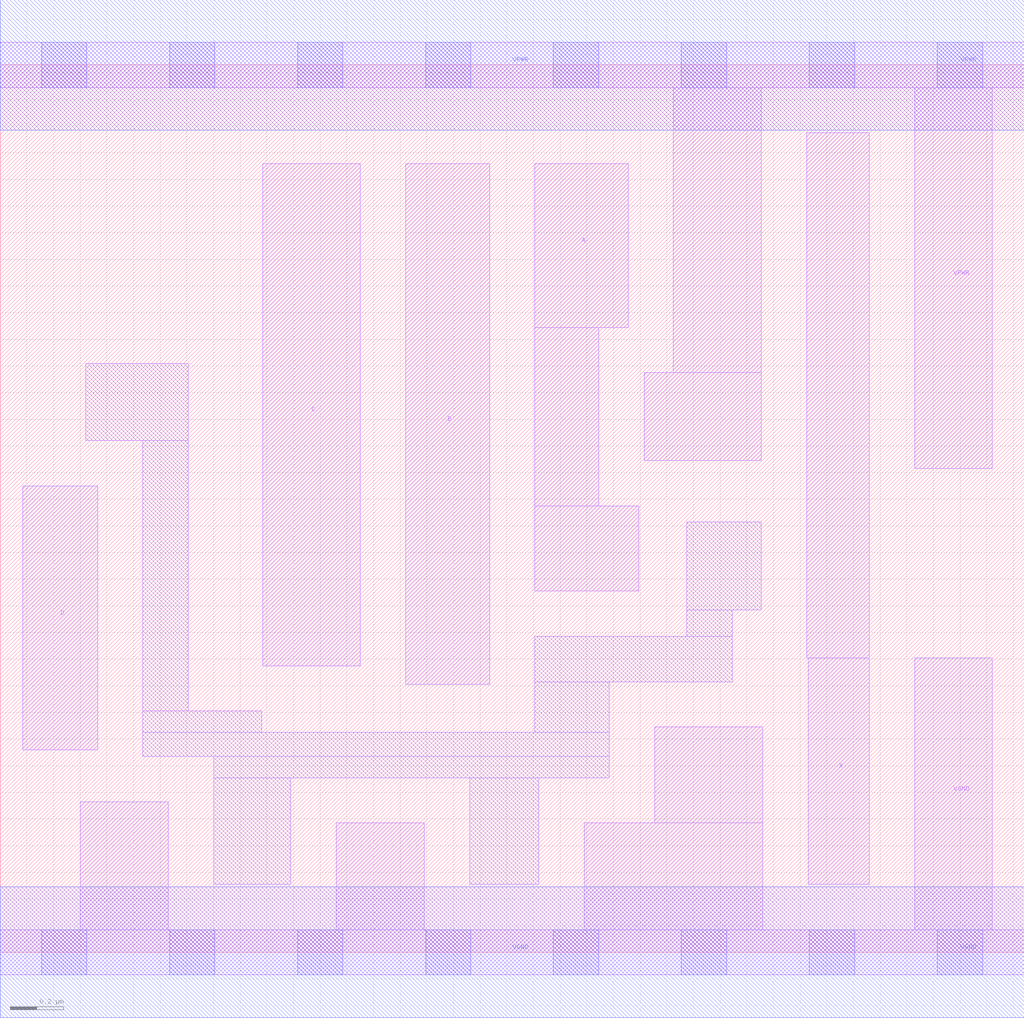
<source format=lef>
# Copyright 2020 The SkyWater PDK Authors
#
# Licensed under the Apache License, Version 2.0 (the "License");
# you may not use this file except in compliance with the License.
# You may obtain a copy of the License at
#
#     https://www.apache.org/licenses/LICENSE-2.0
#
# Unless required by applicable law or agreed to in writing, software
# distributed under the License is distributed on an "AS IS" BASIS,
# WITHOUT WARRANTIES OR CONDITIONS OF ANY KIND, either express or implied.
# See the License for the specific language governing permissions and
# limitations under the License.
#
# SPDX-License-Identifier: Apache-2.0

VERSION 5.7 ;
  NAMESCASESENSITIVE ON ;
  NOWIREEXTENSIONATPIN ON ;
  DIVIDERCHAR "/" ;
  BUSBITCHARS "[]" ;
UNITS
  DATABASE MICRONS 200 ;
END UNITS
MACRO sky130_fd_sc_lp__or4_2
  CLASS CORE ;
  SOURCE USER ;
  FOREIGN sky130_fd_sc_lp__or4_2 ;
  ORIGIN  0.000000  0.000000 ;
  SIZE  3.840000 BY  3.330000 ;
  SYMMETRY X Y R90 ;
  SITE unit ;
  PIN A
    ANTENNAGATEAREA  0.126000 ;
    DIRECTION INPUT ;
    USE SIGNAL ;
    PORT
      LAYER li1 ;
        RECT 2.005000 1.355000 2.395000 1.675000 ;
        RECT 2.005000 1.675000 2.245000 2.345000 ;
        RECT 2.005000 2.345000 2.355000 2.960000 ;
    END
  END A
  PIN B
    ANTENNAGATEAREA  0.126000 ;
    DIRECTION INPUT ;
    USE SIGNAL ;
    PORT
      LAYER li1 ;
        RECT 1.520000 1.005000 1.835000 2.960000 ;
    END
  END B
  PIN C
    ANTENNAGATEAREA  0.126000 ;
    DIRECTION INPUT ;
    USE SIGNAL ;
    PORT
      LAYER li1 ;
        RECT 0.985000 1.075000 1.350000 2.960000 ;
    END
  END C
  PIN D
    ANTENNAGATEAREA  0.126000 ;
    DIRECTION INPUT ;
    USE SIGNAL ;
    PORT
      LAYER li1 ;
        RECT 0.085000 0.760000 0.365000 1.750000 ;
    END
  END D
  PIN X
    ANTENNADIFFAREA  0.594300 ;
    DIRECTION OUTPUT ;
    USE SIGNAL ;
    PORT
      LAYER li1 ;
        RECT 3.025000 1.105000 3.260000 3.075000 ;
        RECT 3.030000 0.255000 3.260000 1.105000 ;
    END
  END X
  PIN VGND
    DIRECTION INOUT ;
    USE GROUND ;
    PORT
      LAYER li1 ;
        RECT 0.000000 -0.085000 3.840000 0.085000 ;
        RECT 0.300000  0.085000 0.630000 0.565000 ;
        RECT 1.260000  0.085000 1.590000 0.485000 ;
        RECT 2.190000  0.085000 2.860000 0.485000 ;
        RECT 2.455000  0.485000 2.860000 0.845000 ;
        RECT 3.430000  0.085000 3.720000 1.105000 ;
      LAYER mcon ;
        RECT 0.155000 -0.085000 0.325000 0.085000 ;
        RECT 0.635000 -0.085000 0.805000 0.085000 ;
        RECT 1.115000 -0.085000 1.285000 0.085000 ;
        RECT 1.595000 -0.085000 1.765000 0.085000 ;
        RECT 2.075000 -0.085000 2.245000 0.085000 ;
        RECT 2.555000 -0.085000 2.725000 0.085000 ;
        RECT 3.035000 -0.085000 3.205000 0.085000 ;
        RECT 3.515000 -0.085000 3.685000 0.085000 ;
      LAYER met1 ;
        RECT 0.000000 -0.245000 3.840000 0.245000 ;
    END
  END VGND
  PIN VPWR
    DIRECTION INOUT ;
    USE POWER ;
    PORT
      LAYER li1 ;
        RECT 0.000000 3.245000 3.840000 3.415000 ;
        RECT 2.415000 1.845000 2.855000 2.175000 ;
        RECT 2.525000 2.175000 2.855000 3.245000 ;
        RECT 3.430000 1.815000 3.720000 3.245000 ;
      LAYER mcon ;
        RECT 0.155000 3.245000 0.325000 3.415000 ;
        RECT 0.635000 3.245000 0.805000 3.415000 ;
        RECT 1.115000 3.245000 1.285000 3.415000 ;
        RECT 1.595000 3.245000 1.765000 3.415000 ;
        RECT 2.075000 3.245000 2.245000 3.415000 ;
        RECT 2.555000 3.245000 2.725000 3.415000 ;
        RECT 3.035000 3.245000 3.205000 3.415000 ;
        RECT 3.515000 3.245000 3.685000 3.415000 ;
      LAYER met1 ;
        RECT 0.000000 3.085000 3.840000 3.575000 ;
    END
  END VPWR
  OBS
    LAYER li1 ;
      RECT 0.320000 1.920000 0.705000 2.210000 ;
      RECT 0.535000 0.735000 2.285000 0.825000 ;
      RECT 0.535000 0.825000 0.980000 0.905000 ;
      RECT 0.535000 0.905000 0.705000 1.920000 ;
      RECT 0.800000 0.255000 1.090000 0.655000 ;
      RECT 0.800000 0.655000 2.285000 0.735000 ;
      RECT 1.760000 0.255000 2.020000 0.655000 ;
      RECT 2.005000 0.825000 2.285000 1.015000 ;
      RECT 2.005000 1.015000 2.745000 1.185000 ;
      RECT 2.575000 1.185000 2.745000 1.285000 ;
      RECT 2.575000 1.285000 2.855000 1.615000 ;
  END
END sky130_fd_sc_lp__or4_2

</source>
